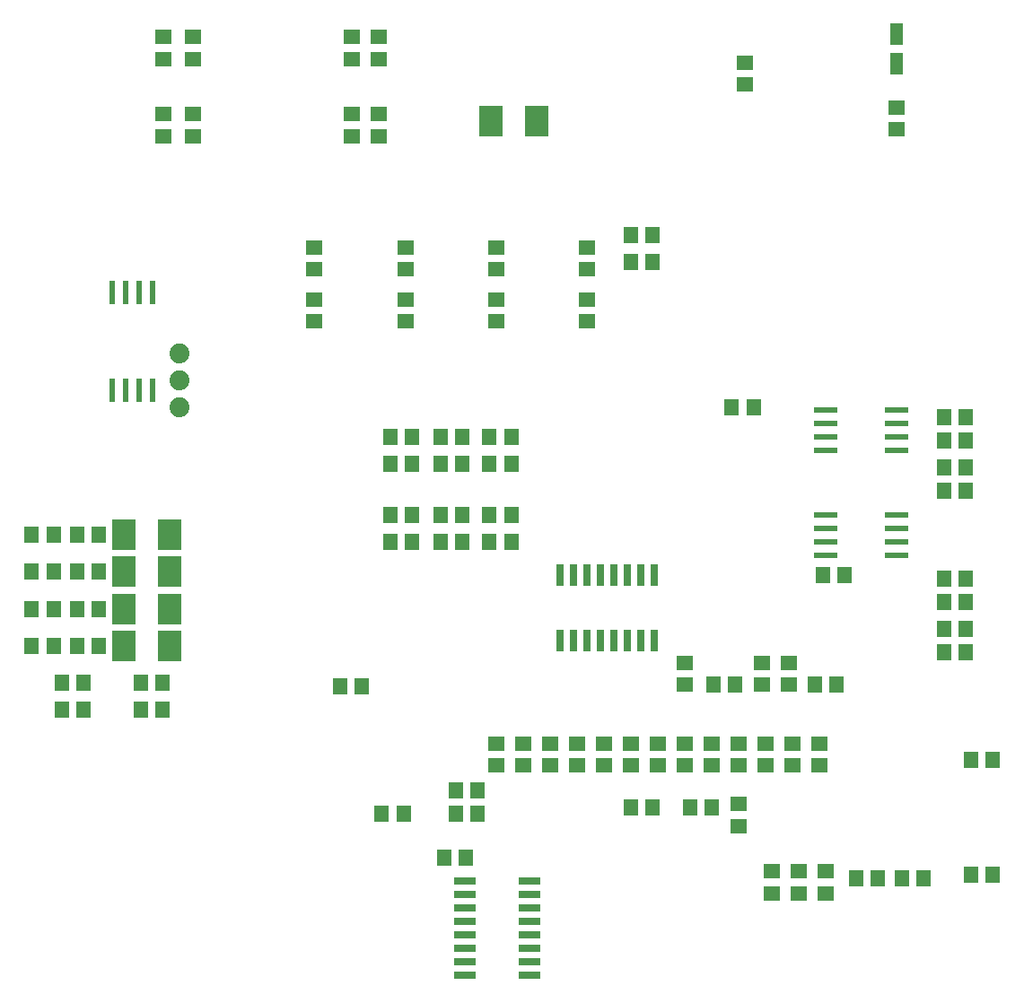
<source format=gtp>
G04 MADE WITH FRITZING*
G04 WWW.FRITZING.ORG*
G04 DOUBLE SIDED*
G04 HOLES PLATED*
G04 CONTOUR ON CENTER OF CONTOUR VECTOR*
%ASAXBY*%
%FSLAX23Y23*%
%MOIN*%
%OFA0B0*%
%SFA1.0B1.0*%
%ADD10C,0.074000*%
%ADD11R,0.090086X0.113708*%
%ADD12R,0.026000X0.080000*%
%ADD13R,0.086900X0.024000*%
%ADD14R,0.023622X0.086614*%
%ADD15R,0.055118X0.059055*%
%ADD16R,0.047244X0.078740*%
%ADD17R,0.080000X0.026000*%
%ADD18R,0.059055X0.055118*%
%ADD19R,0.001000X0.001000*%
%LNPASTEMASK1*%
G90*
G70*
G54D10*
X607Y2484D03*
X607Y2384D03*
X607Y2283D03*
G54D11*
X1763Y3347D03*
X1932Y3347D03*
G54D12*
X2019Y1417D03*
X2069Y1417D03*
X2119Y1417D03*
X2169Y1417D03*
X2219Y1417D03*
X2269Y1417D03*
X2319Y1417D03*
X2369Y1417D03*
X2369Y1659D03*
X2319Y1659D03*
X2269Y1659D03*
X2219Y1659D03*
X2169Y1659D03*
X2119Y1659D03*
X2069Y1659D03*
X2019Y1659D03*
G54D13*
X3269Y2122D03*
X3269Y2172D03*
X3269Y2222D03*
X3269Y2272D03*
X3004Y2272D03*
X3004Y2222D03*
X3004Y2172D03*
X3004Y2122D03*
X3269Y1734D03*
X3269Y1784D03*
X3269Y1834D03*
X3269Y1884D03*
X3004Y1884D03*
X3004Y1834D03*
X3004Y1784D03*
X3004Y1734D03*
G54D11*
X569Y1397D03*
X400Y1397D03*
X569Y1534D03*
X400Y1534D03*
X569Y1672D03*
X400Y1672D03*
X569Y1809D03*
X400Y1809D03*
G54D14*
X457Y2709D03*
X457Y2347D03*
X507Y2709D03*
X407Y2709D03*
X357Y2709D03*
X507Y2347D03*
X407Y2347D03*
X357Y2347D03*
G54D15*
X57Y1397D03*
X138Y1397D03*
X57Y1534D03*
X138Y1534D03*
X57Y1672D03*
X138Y1672D03*
X57Y1809D03*
X138Y1809D03*
X1575Y1784D03*
X1656Y1784D03*
X1575Y1884D03*
X1656Y1884D03*
X1575Y2072D03*
X1656Y2072D03*
X1575Y2172D03*
X1656Y2172D03*
X307Y1397D03*
X226Y1397D03*
X307Y1534D03*
X226Y1534D03*
X307Y1672D03*
X226Y1672D03*
X307Y1809D03*
X226Y1809D03*
X1388Y1784D03*
X1468Y1784D03*
X1388Y1884D03*
X1468Y1884D03*
X1388Y2072D03*
X1468Y2072D03*
X1388Y2172D03*
X1468Y2172D03*
G54D16*
X3269Y3559D03*
X3269Y3669D03*
G54D17*
X1907Y172D03*
X1907Y222D03*
X1907Y272D03*
X1907Y322D03*
X1907Y372D03*
X1907Y422D03*
X1907Y472D03*
X1907Y522D03*
X1665Y522D03*
X1665Y472D03*
X1665Y422D03*
X1665Y372D03*
X1665Y322D03*
X1665Y272D03*
X1665Y222D03*
X1665Y172D03*
G54D15*
X1589Y609D03*
X1669Y609D03*
X543Y1159D03*
X463Y1159D03*
X2282Y2922D03*
X2363Y2922D03*
G54D18*
X3269Y3316D03*
X3269Y3397D03*
X2707Y3565D03*
X2707Y3484D03*
G54D15*
X463Y1259D03*
X543Y1259D03*
X250Y1259D03*
X169Y1259D03*
G54D18*
X1344Y3291D03*
X1344Y3372D03*
X1244Y3578D03*
X1244Y3659D03*
X1344Y3578D03*
X1344Y3659D03*
X1244Y3291D03*
X1244Y3372D03*
X657Y3578D03*
X657Y3659D03*
X544Y3578D03*
X544Y3659D03*
X657Y3291D03*
X657Y3372D03*
X544Y3291D03*
X544Y3372D03*
G54D15*
X3525Y2247D03*
X3444Y2247D03*
X3525Y1972D03*
X3444Y1972D03*
X3525Y2059D03*
X3444Y2059D03*
X3525Y2159D03*
X3444Y2159D03*
X2657Y2284D03*
X2738Y2284D03*
X3525Y1372D03*
X3444Y1372D03*
X3525Y1459D03*
X3444Y1459D03*
X3525Y1559D03*
X3444Y1559D03*
X3525Y1647D03*
X3444Y1647D03*
G54D18*
X1107Y2603D03*
X1107Y2684D03*
X1444Y2603D03*
X1444Y2684D03*
X1782Y2603D03*
X1782Y2684D03*
X2119Y2603D03*
X2119Y2684D03*
X1107Y2877D03*
X1107Y2797D03*
X1444Y2877D03*
X1444Y2797D03*
X1782Y2877D03*
X1782Y2797D03*
X2119Y2877D03*
X2119Y2797D03*
G54D15*
X1757Y2072D03*
X1838Y2072D03*
X1838Y2172D03*
X1757Y2172D03*
X1713Y772D03*
X1632Y772D03*
X2363Y797D03*
X2282Y797D03*
X250Y1159D03*
X169Y1159D03*
X2994Y1659D03*
X3075Y1659D03*
G54D18*
X2769Y1334D03*
X2769Y1253D03*
X2082Y953D03*
X2082Y1034D03*
G54D15*
X1282Y1247D03*
X1201Y1247D03*
X2363Y2822D03*
X2282Y2822D03*
G54D18*
X1982Y953D03*
X1982Y1034D03*
G54D15*
X1713Y859D03*
X1632Y859D03*
G54D18*
X1782Y1034D03*
X1782Y953D03*
G54D15*
X3044Y1255D03*
X2964Y1255D03*
G54D18*
X2482Y1253D03*
X2482Y1334D03*
G54D15*
X3625Y972D03*
X3544Y972D03*
X3289Y534D03*
X3369Y534D03*
X3200Y534D03*
X3119Y534D03*
X3625Y547D03*
X3544Y547D03*
G54D18*
X3007Y559D03*
X3007Y478D03*
X2682Y728D03*
X2682Y809D03*
G54D15*
X2501Y797D03*
X2582Y797D03*
G54D18*
X2882Y953D03*
X2882Y1034D03*
X2807Y478D03*
X2807Y559D03*
X2907Y478D03*
X2907Y559D03*
G54D15*
X1357Y772D03*
X1438Y772D03*
G54D18*
X1882Y953D03*
X1882Y1034D03*
X2182Y953D03*
X2182Y1034D03*
X2982Y953D03*
X2982Y1034D03*
X2682Y953D03*
X2682Y1034D03*
X2582Y953D03*
X2582Y1034D03*
X2782Y953D03*
X2782Y1034D03*
X2482Y953D03*
X2482Y1034D03*
X2282Y953D03*
X2282Y1034D03*
X2382Y953D03*
X2382Y1034D03*
G54D15*
X1757Y1784D03*
X1838Y1784D03*
X1838Y1884D03*
X1757Y1884D03*
X2669Y1255D03*
X2589Y1255D03*
G54D18*
X2869Y1253D03*
X2869Y1334D03*
G54D19*
D02*
G04 End of PasteMask1*
M02*
</source>
